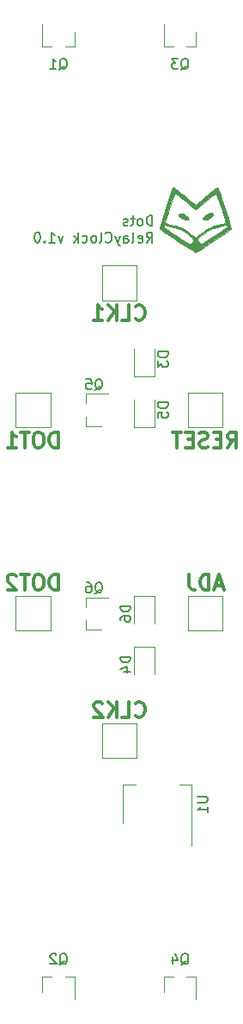
<source format=gbo>
G04 #@! TF.FileFunction,Legend,Bot*
%FSLAX46Y46*%
G04 Gerber Fmt 4.6, Leading zero omitted, Abs format (unit mm)*
G04 Created by KiCad (PCBNEW 4.0.4+e1-6308~48~ubuntu16.04.1-stable) date Sun Jan 28 16:20:55 2018*
%MOMM*%
%LPD*%
G01*
G04 APERTURE LIST*
%ADD10C,0.100000*%
%ADD11C,0.150000*%
%ADD12C,0.300000*%
%ADD13C,0.120000*%
%ADD14C,0.010000*%
G04 APERTURE END LIST*
D10*
D11*
X115761905Y-71877381D02*
X115761905Y-70877381D01*
X115523810Y-70877381D01*
X115380952Y-70925000D01*
X115285714Y-71020238D01*
X115238095Y-71115476D01*
X115190476Y-71305952D01*
X115190476Y-71448810D01*
X115238095Y-71639286D01*
X115285714Y-71734524D01*
X115380952Y-71829762D01*
X115523810Y-71877381D01*
X115761905Y-71877381D01*
X114619048Y-71877381D02*
X114714286Y-71829762D01*
X114761905Y-71782143D01*
X114809524Y-71686905D01*
X114809524Y-71401190D01*
X114761905Y-71305952D01*
X114714286Y-71258333D01*
X114619048Y-71210714D01*
X114476190Y-71210714D01*
X114380952Y-71258333D01*
X114333333Y-71305952D01*
X114285714Y-71401190D01*
X114285714Y-71686905D01*
X114333333Y-71782143D01*
X114380952Y-71829762D01*
X114476190Y-71877381D01*
X114619048Y-71877381D01*
X114000000Y-71210714D02*
X113619048Y-71210714D01*
X113857143Y-70877381D02*
X113857143Y-71734524D01*
X113809524Y-71829762D01*
X113714286Y-71877381D01*
X113619048Y-71877381D01*
X113333333Y-71829762D02*
X113238095Y-71877381D01*
X113047619Y-71877381D01*
X112952380Y-71829762D01*
X112904761Y-71734524D01*
X112904761Y-71686905D01*
X112952380Y-71591667D01*
X113047619Y-71544048D01*
X113190476Y-71544048D01*
X113285714Y-71496429D01*
X113333333Y-71401190D01*
X113333333Y-71353571D01*
X113285714Y-71258333D01*
X113190476Y-71210714D01*
X113047619Y-71210714D01*
X112952380Y-71258333D01*
X115190476Y-73527381D02*
X115523810Y-73051190D01*
X115761905Y-73527381D02*
X115761905Y-72527381D01*
X115380952Y-72527381D01*
X115285714Y-72575000D01*
X115238095Y-72622619D01*
X115190476Y-72717857D01*
X115190476Y-72860714D01*
X115238095Y-72955952D01*
X115285714Y-73003571D01*
X115380952Y-73051190D01*
X115761905Y-73051190D01*
X114380952Y-73479762D02*
X114476190Y-73527381D01*
X114666667Y-73527381D01*
X114761905Y-73479762D01*
X114809524Y-73384524D01*
X114809524Y-73003571D01*
X114761905Y-72908333D01*
X114666667Y-72860714D01*
X114476190Y-72860714D01*
X114380952Y-72908333D01*
X114333333Y-73003571D01*
X114333333Y-73098810D01*
X114809524Y-73194048D01*
X113761905Y-73527381D02*
X113857143Y-73479762D01*
X113904762Y-73384524D01*
X113904762Y-72527381D01*
X112952380Y-73527381D02*
X112952380Y-73003571D01*
X112999999Y-72908333D01*
X113095237Y-72860714D01*
X113285714Y-72860714D01*
X113380952Y-72908333D01*
X112952380Y-73479762D02*
X113047618Y-73527381D01*
X113285714Y-73527381D01*
X113380952Y-73479762D01*
X113428571Y-73384524D01*
X113428571Y-73289286D01*
X113380952Y-73194048D01*
X113285714Y-73146429D01*
X113047618Y-73146429D01*
X112952380Y-73098810D01*
X112571428Y-72860714D02*
X112333333Y-73527381D01*
X112095237Y-72860714D02*
X112333333Y-73527381D01*
X112428571Y-73765476D01*
X112476190Y-73813095D01*
X112571428Y-73860714D01*
X111142856Y-73432143D02*
X111190475Y-73479762D01*
X111333332Y-73527381D01*
X111428570Y-73527381D01*
X111571428Y-73479762D01*
X111666666Y-73384524D01*
X111714285Y-73289286D01*
X111761904Y-73098810D01*
X111761904Y-72955952D01*
X111714285Y-72765476D01*
X111666666Y-72670238D01*
X111571428Y-72575000D01*
X111428570Y-72527381D01*
X111333332Y-72527381D01*
X111190475Y-72575000D01*
X111142856Y-72622619D01*
X110571428Y-73527381D02*
X110666666Y-73479762D01*
X110714285Y-73384524D01*
X110714285Y-72527381D01*
X110047618Y-73527381D02*
X110142856Y-73479762D01*
X110190475Y-73432143D01*
X110238094Y-73336905D01*
X110238094Y-73051190D01*
X110190475Y-72955952D01*
X110142856Y-72908333D01*
X110047618Y-72860714D01*
X109904760Y-72860714D01*
X109809522Y-72908333D01*
X109761903Y-72955952D01*
X109714284Y-73051190D01*
X109714284Y-73336905D01*
X109761903Y-73432143D01*
X109809522Y-73479762D01*
X109904760Y-73527381D01*
X110047618Y-73527381D01*
X108857141Y-73479762D02*
X108952379Y-73527381D01*
X109142856Y-73527381D01*
X109238094Y-73479762D01*
X109285713Y-73432143D01*
X109333332Y-73336905D01*
X109333332Y-73051190D01*
X109285713Y-72955952D01*
X109238094Y-72908333D01*
X109142856Y-72860714D01*
X108952379Y-72860714D01*
X108857141Y-72908333D01*
X108428570Y-73527381D02*
X108428570Y-72527381D01*
X108333332Y-73146429D02*
X108047617Y-73527381D01*
X108047617Y-72860714D02*
X108428570Y-73241667D01*
X106952379Y-72860714D02*
X106714284Y-73527381D01*
X106476188Y-72860714D01*
X105571426Y-73527381D02*
X106142855Y-73527381D01*
X105857141Y-73527381D02*
X105857141Y-72527381D01*
X105952379Y-72670238D01*
X106047617Y-72765476D01*
X106142855Y-72813095D01*
X105142855Y-73432143D02*
X105095236Y-73479762D01*
X105142855Y-73527381D01*
X105190474Y-73479762D01*
X105142855Y-73432143D01*
X105142855Y-73527381D01*
X104476189Y-72527381D02*
X104380950Y-72527381D01*
X104285712Y-72575000D01*
X104238093Y-72622619D01*
X104190474Y-72717857D01*
X104142855Y-72908333D01*
X104142855Y-73146429D01*
X104190474Y-73336905D01*
X104238093Y-73432143D01*
X104285712Y-73479762D01*
X104380950Y-73527381D01*
X104476189Y-73527381D01*
X104571427Y-73479762D01*
X104619046Y-73432143D01*
X104666665Y-73336905D01*
X104714284Y-73146429D01*
X104714284Y-72908333D01*
X104666665Y-72717857D01*
X104619046Y-72622619D01*
X104571427Y-72575000D01*
X104476189Y-72527381D01*
D12*
X123178571Y-93678571D02*
X123678571Y-92964286D01*
X124035714Y-93678571D02*
X124035714Y-92178571D01*
X123464286Y-92178571D01*
X123321428Y-92250000D01*
X123250000Y-92321429D01*
X123178571Y-92464286D01*
X123178571Y-92678571D01*
X123250000Y-92821429D01*
X123321428Y-92892857D01*
X123464286Y-92964286D01*
X124035714Y-92964286D01*
X122535714Y-92892857D02*
X122035714Y-92892857D01*
X121821428Y-93678571D02*
X122535714Y-93678571D01*
X122535714Y-92178571D01*
X121821428Y-92178571D01*
X121250000Y-93607143D02*
X121035714Y-93678571D01*
X120678571Y-93678571D01*
X120535714Y-93607143D01*
X120464285Y-93535714D01*
X120392857Y-93392857D01*
X120392857Y-93250000D01*
X120464285Y-93107143D01*
X120535714Y-93035714D01*
X120678571Y-92964286D01*
X120964285Y-92892857D01*
X121107143Y-92821429D01*
X121178571Y-92750000D01*
X121250000Y-92607143D01*
X121250000Y-92464286D01*
X121178571Y-92321429D01*
X121107143Y-92250000D01*
X120964285Y-92178571D01*
X120607143Y-92178571D01*
X120392857Y-92250000D01*
X119750000Y-92892857D02*
X119250000Y-92892857D01*
X119035714Y-93678571D02*
X119750000Y-93678571D01*
X119750000Y-92178571D01*
X119035714Y-92178571D01*
X118607143Y-92178571D02*
X117750000Y-92178571D01*
X118178571Y-93678571D02*
X118178571Y-92178571D01*
X106464285Y-93678571D02*
X106464285Y-92178571D01*
X106107142Y-92178571D01*
X105892857Y-92250000D01*
X105749999Y-92392857D01*
X105678571Y-92535714D01*
X105607142Y-92821429D01*
X105607142Y-93035714D01*
X105678571Y-93321429D01*
X105749999Y-93464286D01*
X105892857Y-93607143D01*
X106107142Y-93678571D01*
X106464285Y-93678571D01*
X104678571Y-92178571D02*
X104392857Y-92178571D01*
X104249999Y-92250000D01*
X104107142Y-92392857D01*
X104035714Y-92678571D01*
X104035714Y-93178571D01*
X104107142Y-93464286D01*
X104249999Y-93607143D01*
X104392857Y-93678571D01*
X104678571Y-93678571D01*
X104821428Y-93607143D01*
X104964285Y-93464286D01*
X105035714Y-93178571D01*
X105035714Y-92678571D01*
X104964285Y-92392857D01*
X104821428Y-92250000D01*
X104678571Y-92178571D01*
X103607142Y-92178571D02*
X102749999Y-92178571D01*
X103178570Y-93678571D02*
X103178570Y-92178571D01*
X101464285Y-93678571D02*
X102321428Y-93678571D01*
X101892856Y-93678571D02*
X101892856Y-92178571D01*
X102035713Y-92392857D01*
X102178571Y-92535714D01*
X102321428Y-92607143D01*
X122678571Y-107250000D02*
X121964285Y-107250000D01*
X122821428Y-107678571D02*
X122321428Y-106178571D01*
X121821428Y-107678571D01*
X121321428Y-107678571D02*
X121321428Y-106178571D01*
X120964285Y-106178571D01*
X120750000Y-106250000D01*
X120607142Y-106392857D01*
X120535714Y-106535714D01*
X120464285Y-106821429D01*
X120464285Y-107035714D01*
X120535714Y-107321429D01*
X120607142Y-107464286D01*
X120750000Y-107607143D01*
X120964285Y-107678571D01*
X121321428Y-107678571D01*
X119392857Y-106178571D02*
X119392857Y-107250000D01*
X119464285Y-107464286D01*
X119607142Y-107607143D01*
X119821428Y-107678571D01*
X119964285Y-107678571D01*
X106464285Y-107678571D02*
X106464285Y-106178571D01*
X106107142Y-106178571D01*
X105892857Y-106250000D01*
X105749999Y-106392857D01*
X105678571Y-106535714D01*
X105607142Y-106821429D01*
X105607142Y-107035714D01*
X105678571Y-107321429D01*
X105749999Y-107464286D01*
X105892857Y-107607143D01*
X106107142Y-107678571D01*
X106464285Y-107678571D01*
X104678571Y-106178571D02*
X104392857Y-106178571D01*
X104249999Y-106250000D01*
X104107142Y-106392857D01*
X104035714Y-106678571D01*
X104035714Y-107178571D01*
X104107142Y-107464286D01*
X104249999Y-107607143D01*
X104392857Y-107678571D01*
X104678571Y-107678571D01*
X104821428Y-107607143D01*
X104964285Y-107464286D01*
X105035714Y-107178571D01*
X105035714Y-106678571D01*
X104964285Y-106392857D01*
X104821428Y-106250000D01*
X104678571Y-106178571D01*
X103607142Y-106178571D02*
X102749999Y-106178571D01*
X103178570Y-107678571D02*
X103178570Y-106178571D01*
X102321428Y-106321429D02*
X102249999Y-106250000D01*
X102107142Y-106178571D01*
X101749999Y-106178571D01*
X101607142Y-106250000D01*
X101535713Y-106321429D01*
X101464285Y-106464286D01*
X101464285Y-106607143D01*
X101535713Y-106821429D01*
X102392856Y-107678571D01*
X101464285Y-107678571D01*
X114107142Y-120035714D02*
X114178571Y-120107143D01*
X114392857Y-120178571D01*
X114535714Y-120178571D01*
X114749999Y-120107143D01*
X114892857Y-119964286D01*
X114964285Y-119821429D01*
X115035714Y-119535714D01*
X115035714Y-119321429D01*
X114964285Y-119035714D01*
X114892857Y-118892857D01*
X114749999Y-118750000D01*
X114535714Y-118678571D01*
X114392857Y-118678571D01*
X114178571Y-118750000D01*
X114107142Y-118821429D01*
X112749999Y-120178571D02*
X113464285Y-120178571D01*
X113464285Y-118678571D01*
X112249999Y-120178571D02*
X112249999Y-118678571D01*
X111392856Y-120178571D02*
X112035713Y-119321429D01*
X111392856Y-118678571D02*
X112249999Y-119535714D01*
X110821428Y-118821429D02*
X110749999Y-118750000D01*
X110607142Y-118678571D01*
X110249999Y-118678571D01*
X110107142Y-118750000D01*
X110035713Y-118821429D01*
X109964285Y-118964286D01*
X109964285Y-119107143D01*
X110035713Y-119321429D01*
X110892856Y-120178571D01*
X109964285Y-120178571D01*
X114107142Y-81035714D02*
X114178571Y-81107143D01*
X114392857Y-81178571D01*
X114535714Y-81178571D01*
X114749999Y-81107143D01*
X114892857Y-80964286D01*
X114964285Y-80821429D01*
X115035714Y-80535714D01*
X115035714Y-80321429D01*
X114964285Y-80035714D01*
X114892857Y-79892857D01*
X114749999Y-79750000D01*
X114535714Y-79678571D01*
X114392857Y-79678571D01*
X114178571Y-79750000D01*
X114107142Y-79821429D01*
X112749999Y-81178571D02*
X113464285Y-81178571D01*
X113464285Y-79678571D01*
X112249999Y-81178571D02*
X112249999Y-79678571D01*
X111392856Y-81178571D02*
X112035713Y-80321429D01*
X111392856Y-79678571D02*
X112249999Y-80535714D01*
X109964285Y-81178571D02*
X110821428Y-81178571D01*
X110392856Y-81178571D02*
X110392856Y-79678571D01*
X110535713Y-79892857D01*
X110678571Y-80035714D01*
X110821428Y-80107143D01*
D13*
X116010000Y-84000000D02*
X116010000Y-86700000D01*
X116010000Y-86700000D02*
X113990000Y-86700000D01*
X113990000Y-86700000D02*
X113990000Y-84000000D01*
X113990000Y-116000000D02*
X113990000Y-113300000D01*
X113990000Y-113300000D02*
X116010000Y-113300000D01*
X116010000Y-113300000D02*
X116010000Y-116000000D01*
X116010000Y-89000000D02*
X116010000Y-91700000D01*
X116010000Y-91700000D02*
X113990000Y-91700000D01*
X113990000Y-91700000D02*
X113990000Y-89000000D01*
X113990000Y-111000000D02*
X113990000Y-108300000D01*
X113990000Y-108300000D02*
X116010000Y-108300000D01*
X116010000Y-108300000D02*
X116010000Y-111000000D01*
X108080000Y-54260000D02*
X107150000Y-54260000D01*
X104920000Y-54260000D02*
X105850000Y-54260000D01*
X104920000Y-54260000D02*
X104920000Y-52100000D01*
X108080000Y-54260000D02*
X108080000Y-52800000D01*
X104920000Y-145740000D02*
X105850000Y-145740000D01*
X108080000Y-145740000D02*
X107150000Y-145740000D01*
X108080000Y-145740000D02*
X108080000Y-147900000D01*
X104920000Y-145740000D02*
X104920000Y-147200000D01*
X120080000Y-54260000D02*
X119150000Y-54260000D01*
X116920000Y-54260000D02*
X117850000Y-54260000D01*
X116920000Y-54260000D02*
X116920000Y-52100000D01*
X120080000Y-54260000D02*
X120080000Y-52800000D01*
X116920000Y-145740000D02*
X117850000Y-145740000D01*
X120080000Y-145740000D02*
X119150000Y-145740000D01*
X120080000Y-145740000D02*
X120080000Y-147900000D01*
X116920000Y-145740000D02*
X116920000Y-147200000D01*
X109240000Y-91580000D02*
X109240000Y-90650000D01*
X109240000Y-88420000D02*
X109240000Y-89350000D01*
X109240000Y-88420000D02*
X111400000Y-88420000D01*
X109240000Y-91580000D02*
X110700000Y-91580000D01*
X109240000Y-111580000D02*
X109240000Y-110650000D01*
X109240000Y-108420000D02*
X109240000Y-109350000D01*
X109240000Y-108420000D02*
X111400000Y-108420000D01*
X109240000Y-111580000D02*
X110700000Y-111580000D01*
X102300000Y-91700000D02*
X105700000Y-91700000D01*
X105700000Y-91700000D02*
X105700000Y-88300000D01*
X105700000Y-88300000D02*
X102300000Y-88300000D01*
X102300000Y-88300000D02*
X102300000Y-91700000D01*
X102300000Y-111700000D02*
X105700000Y-111700000D01*
X105700000Y-111700000D02*
X105700000Y-108300000D01*
X105700000Y-108300000D02*
X102300000Y-108300000D01*
X102300000Y-108300000D02*
X102300000Y-111700000D01*
X110800000Y-79200000D02*
X114200000Y-79200000D01*
X114200000Y-79200000D02*
X114200000Y-75800000D01*
X114200000Y-75800000D02*
X110800000Y-75800000D01*
X110800000Y-75800000D02*
X110800000Y-79200000D01*
X110800000Y-124200000D02*
X114200000Y-124200000D01*
X114200000Y-124200000D02*
X114200000Y-120800000D01*
X114200000Y-120800000D02*
X110800000Y-120800000D01*
X110800000Y-120800000D02*
X110800000Y-124200000D01*
X119300000Y-91700000D02*
X122700000Y-91700000D01*
X122700000Y-91700000D02*
X122700000Y-88300000D01*
X122700000Y-88300000D02*
X119300000Y-88300000D01*
X119300000Y-88300000D02*
X119300000Y-91700000D01*
X119300000Y-111700000D02*
X122700000Y-111700000D01*
X122700000Y-111700000D02*
X122700000Y-108300000D01*
X122700000Y-108300000D02*
X119300000Y-108300000D01*
X119300000Y-108300000D02*
X119300000Y-111700000D01*
X112840000Y-126840000D02*
X114100000Y-126840000D01*
X119660000Y-126840000D02*
X118400000Y-126840000D01*
X112840000Y-130600000D02*
X112840000Y-126840000D01*
X119660000Y-132850000D02*
X119660000Y-126840000D01*
D14*
G36*
X117781767Y-68135991D02*
X117699826Y-68353239D01*
X117581280Y-68688838D01*
X117433592Y-69121315D01*
X117264226Y-69629194D01*
X117109479Y-70102025D01*
X116901952Y-70746907D01*
X116745004Y-71249441D01*
X116634083Y-71627385D01*
X116564633Y-71898497D01*
X116532101Y-72080537D01*
X116531932Y-72191261D01*
X116559146Y-72248038D01*
X116654713Y-72317408D01*
X116864871Y-72459307D01*
X117165809Y-72658369D01*
X117533719Y-72899226D01*
X117944792Y-73166511D01*
X118375216Y-73444858D01*
X118801184Y-73718899D01*
X119198886Y-73973268D01*
X119544511Y-74192596D01*
X119814251Y-74361518D01*
X119984297Y-74464667D01*
X120032215Y-74489614D01*
X120107439Y-74444795D01*
X120304642Y-74320224D01*
X120603966Y-74128646D01*
X120985550Y-73882803D01*
X121429536Y-73595439D01*
X121747260Y-73389121D01*
X122225761Y-73076910D01*
X122658180Y-72792675D01*
X123023777Y-72550218D01*
X123301809Y-72363345D01*
X123471535Y-72245859D01*
X123513608Y-72213592D01*
X123505828Y-72119750D01*
X123460984Y-71930833D01*
X123147682Y-71930833D01*
X123072901Y-72040514D01*
X122850806Y-72228605D01*
X122483377Y-72493608D01*
X121972592Y-72834024D01*
X121856515Y-72909025D01*
X120566333Y-73739050D01*
X120375833Y-73518137D01*
X120246896Y-73349441D01*
X120192969Y-73245438D01*
X119846667Y-73245438D01*
X119793278Y-73367825D01*
X119665741Y-73530673D01*
X119599213Y-73603416D01*
X119540039Y-73651717D01*
X119467803Y-73666609D01*
X119362087Y-73639125D01*
X119202473Y-73560298D01*
X118968545Y-73421161D01*
X118639884Y-73212747D01*
X118196073Y-72926088D01*
X117999006Y-72798667D01*
X117511687Y-72473992D01*
X117160411Y-72217986D01*
X116949805Y-72034253D01*
X116884237Y-71930833D01*
X116906866Y-71805000D01*
X116932727Y-71782667D01*
X117055565Y-71803770D01*
X117294088Y-71858873D01*
X117601102Y-71935666D01*
X117929414Y-72021840D01*
X118231830Y-72105086D01*
X118461157Y-72173093D01*
X118554329Y-72205631D01*
X118726137Y-72302635D01*
X118961948Y-72465834D01*
X119225610Y-72666142D01*
X119480973Y-72874471D01*
X119691886Y-73061735D01*
X119822199Y-73198847D01*
X119846667Y-73245438D01*
X120192969Y-73245438D01*
X120186047Y-73232089D01*
X120185333Y-73225007D01*
X120246835Y-73148403D01*
X120407214Y-72999643D01*
X120630288Y-72808706D01*
X120879871Y-72605571D01*
X121119778Y-72420218D01*
X121313824Y-72282625D01*
X121351434Y-72258896D01*
X121481611Y-72206810D01*
X121728577Y-72127223D01*
X122044789Y-72033490D01*
X122382707Y-71938968D01*
X122694787Y-71857013D01*
X122933488Y-71800983D01*
X123042833Y-71783718D01*
X123131920Y-71852270D01*
X123147682Y-71930833D01*
X123460984Y-71930833D01*
X123451818Y-71892220D01*
X123372050Y-71601575D01*
X123047167Y-71601575D01*
X122230084Y-71797922D01*
X121830603Y-71900735D01*
X121532307Y-72002779D01*
X121273746Y-72133683D01*
X120993471Y-72323079D01*
X120735667Y-72518537D01*
X120449371Y-72738575D01*
X120217072Y-72914173D01*
X120068414Y-73023094D01*
X120030185Y-73047735D01*
X119955657Y-73001549D01*
X119778024Y-72873292D01*
X119527592Y-72685179D01*
X119352852Y-72551167D01*
X119023234Y-72306244D01*
X118750870Y-72137101D01*
X118473347Y-72013728D01*
X118128255Y-71906114D01*
X117871344Y-71838789D01*
X117520974Y-71747905D01*
X117238789Y-71670710D01*
X117060598Y-71617234D01*
X117017032Y-71599455D01*
X117030844Y-71509217D01*
X117090278Y-71291235D01*
X117185118Y-70976440D01*
X117305142Y-70595761D01*
X117440134Y-70180130D01*
X117579873Y-69760476D01*
X117714141Y-69367732D01*
X117832720Y-69032827D01*
X117925389Y-68786692D01*
X117981930Y-68660257D01*
X117991478Y-68650000D01*
X118074676Y-68702063D01*
X118261762Y-68845309D01*
X118528397Y-69060329D01*
X118850240Y-69327709D01*
X119000000Y-69454333D01*
X119338112Y-69738298D01*
X119631477Y-69978277D01*
X119855764Y-70154860D01*
X119986644Y-70248636D01*
X120008178Y-70258667D01*
X120091348Y-70206811D01*
X120278895Y-70064063D01*
X120546560Y-69849655D01*
X120870084Y-69582815D01*
X121028831Y-69449573D01*
X121368421Y-69170675D01*
X121663604Y-68942670D01*
X121890412Y-68782957D01*
X122024874Y-68708937D01*
X122049393Y-68708740D01*
X122094978Y-68807957D01*
X122183117Y-69040783D01*
X122303996Y-69379797D01*
X122447804Y-69797573D01*
X122579136Y-70189287D01*
X123047167Y-71601575D01*
X123372050Y-71601575D01*
X123359978Y-71557591D01*
X123238705Y-71142454D01*
X123096398Y-70673401D01*
X122941456Y-70177021D01*
X122782276Y-69679907D01*
X122627257Y-69208647D01*
X122484797Y-68789834D01*
X122363294Y-68450057D01*
X122271147Y-68215908D01*
X122219717Y-68116858D01*
X122138253Y-68146050D01*
X121952030Y-68269927D01*
X121683721Y-68471663D01*
X121356001Y-68734435D01*
X121108458Y-68941376D01*
X120753364Y-69240902D01*
X120444324Y-69497609D01*
X120203791Y-69693162D01*
X120054220Y-69809227D01*
X120016000Y-69833393D01*
X119940322Y-69781585D01*
X119758187Y-69638313D01*
X119492118Y-69421832D01*
X119164638Y-69150394D01*
X118920306Y-68945375D01*
X118563741Y-68647171D01*
X118252905Y-68391756D01*
X118010439Y-68197372D01*
X117858985Y-68082261D01*
X117819640Y-68058570D01*
X117781767Y-68135991D01*
X117781767Y-68135991D01*
G37*
X117781767Y-68135991D02*
X117699826Y-68353239D01*
X117581280Y-68688838D01*
X117433592Y-69121315D01*
X117264226Y-69629194D01*
X117109479Y-70102025D01*
X116901952Y-70746907D01*
X116745004Y-71249441D01*
X116634083Y-71627385D01*
X116564633Y-71898497D01*
X116532101Y-72080537D01*
X116531932Y-72191261D01*
X116559146Y-72248038D01*
X116654713Y-72317408D01*
X116864871Y-72459307D01*
X117165809Y-72658369D01*
X117533719Y-72899226D01*
X117944792Y-73166511D01*
X118375216Y-73444858D01*
X118801184Y-73718899D01*
X119198886Y-73973268D01*
X119544511Y-74192596D01*
X119814251Y-74361518D01*
X119984297Y-74464667D01*
X120032215Y-74489614D01*
X120107439Y-74444795D01*
X120304642Y-74320224D01*
X120603966Y-74128646D01*
X120985550Y-73882803D01*
X121429536Y-73595439D01*
X121747260Y-73389121D01*
X122225761Y-73076910D01*
X122658180Y-72792675D01*
X123023777Y-72550218D01*
X123301809Y-72363345D01*
X123471535Y-72245859D01*
X123513608Y-72213592D01*
X123505828Y-72119750D01*
X123460984Y-71930833D01*
X123147682Y-71930833D01*
X123072901Y-72040514D01*
X122850806Y-72228605D01*
X122483377Y-72493608D01*
X121972592Y-72834024D01*
X121856515Y-72909025D01*
X120566333Y-73739050D01*
X120375833Y-73518137D01*
X120246896Y-73349441D01*
X120192969Y-73245438D01*
X119846667Y-73245438D01*
X119793278Y-73367825D01*
X119665741Y-73530673D01*
X119599213Y-73603416D01*
X119540039Y-73651717D01*
X119467803Y-73666609D01*
X119362087Y-73639125D01*
X119202473Y-73560298D01*
X118968545Y-73421161D01*
X118639884Y-73212747D01*
X118196073Y-72926088D01*
X117999006Y-72798667D01*
X117511687Y-72473992D01*
X117160411Y-72217986D01*
X116949805Y-72034253D01*
X116884237Y-71930833D01*
X116906866Y-71805000D01*
X116932727Y-71782667D01*
X117055565Y-71803770D01*
X117294088Y-71858873D01*
X117601102Y-71935666D01*
X117929414Y-72021840D01*
X118231830Y-72105086D01*
X118461157Y-72173093D01*
X118554329Y-72205631D01*
X118726137Y-72302635D01*
X118961948Y-72465834D01*
X119225610Y-72666142D01*
X119480973Y-72874471D01*
X119691886Y-73061735D01*
X119822199Y-73198847D01*
X119846667Y-73245438D01*
X120192969Y-73245438D01*
X120186047Y-73232089D01*
X120185333Y-73225007D01*
X120246835Y-73148403D01*
X120407214Y-72999643D01*
X120630288Y-72808706D01*
X120879871Y-72605571D01*
X121119778Y-72420218D01*
X121313824Y-72282625D01*
X121351434Y-72258896D01*
X121481611Y-72206810D01*
X121728577Y-72127223D01*
X122044789Y-72033490D01*
X122382707Y-71938968D01*
X122694787Y-71857013D01*
X122933488Y-71800983D01*
X123042833Y-71783718D01*
X123131920Y-71852270D01*
X123147682Y-71930833D01*
X123460984Y-71930833D01*
X123451818Y-71892220D01*
X123372050Y-71601575D01*
X123047167Y-71601575D01*
X122230084Y-71797922D01*
X121830603Y-71900735D01*
X121532307Y-72002779D01*
X121273746Y-72133683D01*
X120993471Y-72323079D01*
X120735667Y-72518537D01*
X120449371Y-72738575D01*
X120217072Y-72914173D01*
X120068414Y-73023094D01*
X120030185Y-73047735D01*
X119955657Y-73001549D01*
X119778024Y-72873292D01*
X119527592Y-72685179D01*
X119352852Y-72551167D01*
X119023234Y-72306244D01*
X118750870Y-72137101D01*
X118473347Y-72013728D01*
X118128255Y-71906114D01*
X117871344Y-71838789D01*
X117520974Y-71747905D01*
X117238789Y-71670710D01*
X117060598Y-71617234D01*
X117017032Y-71599455D01*
X117030844Y-71509217D01*
X117090278Y-71291235D01*
X117185118Y-70976440D01*
X117305142Y-70595761D01*
X117440134Y-70180130D01*
X117579873Y-69760476D01*
X117714141Y-69367732D01*
X117832720Y-69032827D01*
X117925389Y-68786692D01*
X117981930Y-68660257D01*
X117991478Y-68650000D01*
X118074676Y-68702063D01*
X118261762Y-68845309D01*
X118528397Y-69060329D01*
X118850240Y-69327709D01*
X119000000Y-69454333D01*
X119338112Y-69738298D01*
X119631477Y-69978277D01*
X119855764Y-70154860D01*
X119986644Y-70248636D01*
X120008178Y-70258667D01*
X120091348Y-70206811D01*
X120278895Y-70064063D01*
X120546560Y-69849655D01*
X120870084Y-69582815D01*
X121028831Y-69449573D01*
X121368421Y-69170675D01*
X121663604Y-68942670D01*
X121890412Y-68782957D01*
X122024874Y-68708937D01*
X122049393Y-68708740D01*
X122094978Y-68807957D01*
X122183117Y-69040783D01*
X122303996Y-69379797D01*
X122447804Y-69797573D01*
X122579136Y-70189287D01*
X123047167Y-71601575D01*
X123372050Y-71601575D01*
X123359978Y-71557591D01*
X123238705Y-71142454D01*
X123096398Y-70673401D01*
X122941456Y-70177021D01*
X122782276Y-69679907D01*
X122627257Y-69208647D01*
X122484797Y-68789834D01*
X122363294Y-68450057D01*
X122271147Y-68215908D01*
X122219717Y-68116858D01*
X122138253Y-68146050D01*
X121952030Y-68269927D01*
X121683721Y-68471663D01*
X121356001Y-68734435D01*
X121108458Y-68941376D01*
X120753364Y-69240902D01*
X120444324Y-69497609D01*
X120203791Y-69693162D01*
X120054220Y-69809227D01*
X120016000Y-69833393D01*
X119940322Y-69781585D01*
X119758187Y-69638313D01*
X119492118Y-69421832D01*
X119164638Y-69150394D01*
X118920306Y-68945375D01*
X118563741Y-68647171D01*
X118252905Y-68391756D01*
X118010439Y-68197372D01*
X117858985Y-68082261D01*
X117819640Y-68058570D01*
X117781767Y-68135991D01*
G36*
X121303466Y-70648978D02*
X121104408Y-70776583D01*
X120902170Y-70939156D01*
X120748181Y-71095707D01*
X120693333Y-71198771D01*
X120765708Y-71248881D01*
X120939325Y-71266382D01*
X121148925Y-71249501D01*
X121286000Y-71214873D01*
X121439572Y-71125737D01*
X121602443Y-70996125D01*
X121726356Y-70848915D01*
X121715385Y-70734179D01*
X121697909Y-70710568D01*
X121536901Y-70612079D01*
X121447913Y-70597333D01*
X121303466Y-70648978D01*
X121303466Y-70648978D01*
G37*
X121303466Y-70648978D02*
X121104408Y-70776583D01*
X120902170Y-70939156D01*
X120748181Y-71095707D01*
X120693333Y-71198771D01*
X120765708Y-71248881D01*
X120939325Y-71266382D01*
X121148925Y-71249501D01*
X121286000Y-71214873D01*
X121439572Y-71125737D01*
X121602443Y-70996125D01*
X121726356Y-70848915D01*
X121715385Y-70734179D01*
X121697909Y-70710568D01*
X121536901Y-70612079D01*
X121447913Y-70597333D01*
X121303466Y-70648978D01*
G36*
X118423850Y-70683660D02*
X118333899Y-70786103D01*
X118389162Y-70934739D01*
X118592062Y-71102751D01*
X118807203Y-71202029D01*
X119036489Y-71262181D01*
X119228092Y-71275649D01*
X119330185Y-71234878D01*
X119335622Y-71211167D01*
X119284594Y-71109398D01*
X119162936Y-70940868D01*
X119136069Y-70907468D01*
X118893970Y-70708668D01*
X118655347Y-70653468D01*
X118423850Y-70683660D01*
X118423850Y-70683660D01*
G37*
X118423850Y-70683660D02*
X118333899Y-70786103D01*
X118389162Y-70934739D01*
X118592062Y-71102751D01*
X118807203Y-71202029D01*
X119036489Y-71262181D01*
X119228092Y-71275649D01*
X119330185Y-71234878D01*
X119335622Y-71211167D01*
X119284594Y-71109398D01*
X119162936Y-70940868D01*
X119136069Y-70907468D01*
X118893970Y-70708668D01*
X118655347Y-70653468D01*
X118423850Y-70683660D01*
D11*
X117302381Y-84261905D02*
X116302381Y-84261905D01*
X116302381Y-84500000D01*
X116350000Y-84642858D01*
X116445238Y-84738096D01*
X116540476Y-84785715D01*
X116730952Y-84833334D01*
X116873810Y-84833334D01*
X117064286Y-84785715D01*
X117159524Y-84738096D01*
X117254762Y-84642858D01*
X117302381Y-84500000D01*
X117302381Y-84261905D01*
X116302381Y-85166667D02*
X116302381Y-85785715D01*
X116683333Y-85452381D01*
X116683333Y-85595239D01*
X116730952Y-85690477D01*
X116778571Y-85738096D01*
X116873810Y-85785715D01*
X117111905Y-85785715D01*
X117207143Y-85738096D01*
X117254762Y-85690477D01*
X117302381Y-85595239D01*
X117302381Y-85309524D01*
X117254762Y-85214286D01*
X117207143Y-85166667D01*
X113602381Y-114261905D02*
X112602381Y-114261905D01*
X112602381Y-114500000D01*
X112650000Y-114642858D01*
X112745238Y-114738096D01*
X112840476Y-114785715D01*
X113030952Y-114833334D01*
X113173810Y-114833334D01*
X113364286Y-114785715D01*
X113459524Y-114738096D01*
X113554762Y-114642858D01*
X113602381Y-114500000D01*
X113602381Y-114261905D01*
X112935714Y-115690477D02*
X113602381Y-115690477D01*
X112554762Y-115452381D02*
X113269048Y-115214286D01*
X113269048Y-115833334D01*
X117302381Y-89261905D02*
X116302381Y-89261905D01*
X116302381Y-89500000D01*
X116350000Y-89642858D01*
X116445238Y-89738096D01*
X116540476Y-89785715D01*
X116730952Y-89833334D01*
X116873810Y-89833334D01*
X117064286Y-89785715D01*
X117159524Y-89738096D01*
X117254762Y-89642858D01*
X117302381Y-89500000D01*
X117302381Y-89261905D01*
X116302381Y-90738096D02*
X116302381Y-90261905D01*
X116778571Y-90214286D01*
X116730952Y-90261905D01*
X116683333Y-90357143D01*
X116683333Y-90595239D01*
X116730952Y-90690477D01*
X116778571Y-90738096D01*
X116873810Y-90785715D01*
X117111905Y-90785715D01*
X117207143Y-90738096D01*
X117254762Y-90690477D01*
X117302381Y-90595239D01*
X117302381Y-90357143D01*
X117254762Y-90261905D01*
X117207143Y-90214286D01*
X113602381Y-109261905D02*
X112602381Y-109261905D01*
X112602381Y-109500000D01*
X112650000Y-109642858D01*
X112745238Y-109738096D01*
X112840476Y-109785715D01*
X113030952Y-109833334D01*
X113173810Y-109833334D01*
X113364286Y-109785715D01*
X113459524Y-109738096D01*
X113554762Y-109642858D01*
X113602381Y-109500000D01*
X113602381Y-109261905D01*
X112602381Y-110690477D02*
X112602381Y-110500000D01*
X112650000Y-110404762D01*
X112697619Y-110357143D01*
X112840476Y-110261905D01*
X113030952Y-110214286D01*
X113411905Y-110214286D01*
X113507143Y-110261905D01*
X113554762Y-110309524D01*
X113602381Y-110404762D01*
X113602381Y-110595239D01*
X113554762Y-110690477D01*
X113507143Y-110738096D01*
X113411905Y-110785715D01*
X113173810Y-110785715D01*
X113078571Y-110738096D01*
X113030952Y-110690477D01*
X112983333Y-110595239D01*
X112983333Y-110404762D01*
X113030952Y-110309524D01*
X113078571Y-110261905D01*
X113173810Y-110214286D01*
X106595238Y-56547619D02*
X106690476Y-56500000D01*
X106785714Y-56404762D01*
X106928571Y-56261905D01*
X107023810Y-56214286D01*
X107119048Y-56214286D01*
X107071429Y-56452381D02*
X107166667Y-56404762D01*
X107261905Y-56309524D01*
X107309524Y-56119048D01*
X107309524Y-55785714D01*
X107261905Y-55595238D01*
X107166667Y-55500000D01*
X107071429Y-55452381D01*
X106880952Y-55452381D01*
X106785714Y-55500000D01*
X106690476Y-55595238D01*
X106642857Y-55785714D01*
X106642857Y-56119048D01*
X106690476Y-56309524D01*
X106785714Y-56404762D01*
X106880952Y-56452381D01*
X107071429Y-56452381D01*
X105690476Y-56452381D02*
X106261905Y-56452381D01*
X105976191Y-56452381D02*
X105976191Y-55452381D01*
X106071429Y-55595238D01*
X106166667Y-55690476D01*
X106261905Y-55738095D01*
X106595238Y-144547619D02*
X106690476Y-144500000D01*
X106785714Y-144404762D01*
X106928571Y-144261905D01*
X107023810Y-144214286D01*
X107119048Y-144214286D01*
X107071429Y-144452381D02*
X107166667Y-144404762D01*
X107261905Y-144309524D01*
X107309524Y-144119048D01*
X107309524Y-143785714D01*
X107261905Y-143595238D01*
X107166667Y-143500000D01*
X107071429Y-143452381D01*
X106880952Y-143452381D01*
X106785714Y-143500000D01*
X106690476Y-143595238D01*
X106642857Y-143785714D01*
X106642857Y-144119048D01*
X106690476Y-144309524D01*
X106785714Y-144404762D01*
X106880952Y-144452381D01*
X107071429Y-144452381D01*
X106261905Y-143547619D02*
X106214286Y-143500000D01*
X106119048Y-143452381D01*
X105880952Y-143452381D01*
X105785714Y-143500000D01*
X105738095Y-143547619D01*
X105690476Y-143642857D01*
X105690476Y-143738095D01*
X105738095Y-143880952D01*
X106309524Y-144452381D01*
X105690476Y-144452381D01*
X118595238Y-56547619D02*
X118690476Y-56500000D01*
X118785714Y-56404762D01*
X118928571Y-56261905D01*
X119023810Y-56214286D01*
X119119048Y-56214286D01*
X119071429Y-56452381D02*
X119166667Y-56404762D01*
X119261905Y-56309524D01*
X119309524Y-56119048D01*
X119309524Y-55785714D01*
X119261905Y-55595238D01*
X119166667Y-55500000D01*
X119071429Y-55452381D01*
X118880952Y-55452381D01*
X118785714Y-55500000D01*
X118690476Y-55595238D01*
X118642857Y-55785714D01*
X118642857Y-56119048D01*
X118690476Y-56309524D01*
X118785714Y-56404762D01*
X118880952Y-56452381D01*
X119071429Y-56452381D01*
X118309524Y-55452381D02*
X117690476Y-55452381D01*
X118023810Y-55833333D01*
X117880952Y-55833333D01*
X117785714Y-55880952D01*
X117738095Y-55928571D01*
X117690476Y-56023810D01*
X117690476Y-56261905D01*
X117738095Y-56357143D01*
X117785714Y-56404762D01*
X117880952Y-56452381D01*
X118166667Y-56452381D01*
X118261905Y-56404762D01*
X118309524Y-56357143D01*
X118595238Y-144547619D02*
X118690476Y-144500000D01*
X118785714Y-144404762D01*
X118928571Y-144261905D01*
X119023810Y-144214286D01*
X119119048Y-144214286D01*
X119071429Y-144452381D02*
X119166667Y-144404762D01*
X119261905Y-144309524D01*
X119309524Y-144119048D01*
X119309524Y-143785714D01*
X119261905Y-143595238D01*
X119166667Y-143500000D01*
X119071429Y-143452381D01*
X118880952Y-143452381D01*
X118785714Y-143500000D01*
X118690476Y-143595238D01*
X118642857Y-143785714D01*
X118642857Y-144119048D01*
X118690476Y-144309524D01*
X118785714Y-144404762D01*
X118880952Y-144452381D01*
X119071429Y-144452381D01*
X117785714Y-143785714D02*
X117785714Y-144452381D01*
X118023810Y-143404762D02*
X118261905Y-144119048D01*
X117642857Y-144119048D01*
X110095238Y-88047619D02*
X110190476Y-88000000D01*
X110285714Y-87904762D01*
X110428571Y-87761905D01*
X110523810Y-87714286D01*
X110619048Y-87714286D01*
X110571429Y-87952381D02*
X110666667Y-87904762D01*
X110761905Y-87809524D01*
X110809524Y-87619048D01*
X110809524Y-87285714D01*
X110761905Y-87095238D01*
X110666667Y-87000000D01*
X110571429Y-86952381D01*
X110380952Y-86952381D01*
X110285714Y-87000000D01*
X110190476Y-87095238D01*
X110142857Y-87285714D01*
X110142857Y-87619048D01*
X110190476Y-87809524D01*
X110285714Y-87904762D01*
X110380952Y-87952381D01*
X110571429Y-87952381D01*
X109238095Y-86952381D02*
X109714286Y-86952381D01*
X109761905Y-87428571D01*
X109714286Y-87380952D01*
X109619048Y-87333333D01*
X109380952Y-87333333D01*
X109285714Y-87380952D01*
X109238095Y-87428571D01*
X109190476Y-87523810D01*
X109190476Y-87761905D01*
X109238095Y-87857143D01*
X109285714Y-87904762D01*
X109380952Y-87952381D01*
X109619048Y-87952381D01*
X109714286Y-87904762D01*
X109761905Y-87857143D01*
X110095238Y-108047619D02*
X110190476Y-108000000D01*
X110285714Y-107904762D01*
X110428571Y-107761905D01*
X110523810Y-107714286D01*
X110619048Y-107714286D01*
X110571429Y-107952381D02*
X110666667Y-107904762D01*
X110761905Y-107809524D01*
X110809524Y-107619048D01*
X110809524Y-107285714D01*
X110761905Y-107095238D01*
X110666667Y-107000000D01*
X110571429Y-106952381D01*
X110380952Y-106952381D01*
X110285714Y-107000000D01*
X110190476Y-107095238D01*
X110142857Y-107285714D01*
X110142857Y-107619048D01*
X110190476Y-107809524D01*
X110285714Y-107904762D01*
X110380952Y-107952381D01*
X110571429Y-107952381D01*
X109285714Y-106952381D02*
X109476191Y-106952381D01*
X109571429Y-107000000D01*
X109619048Y-107047619D01*
X109714286Y-107190476D01*
X109761905Y-107380952D01*
X109761905Y-107761905D01*
X109714286Y-107857143D01*
X109666667Y-107904762D01*
X109571429Y-107952381D01*
X109380952Y-107952381D01*
X109285714Y-107904762D01*
X109238095Y-107857143D01*
X109190476Y-107761905D01*
X109190476Y-107523810D01*
X109238095Y-107428571D01*
X109285714Y-107380952D01*
X109380952Y-107333333D01*
X109571429Y-107333333D01*
X109666667Y-107380952D01*
X109714286Y-107428571D01*
X109761905Y-107523810D01*
X120202381Y-127988095D02*
X121011905Y-127988095D01*
X121107143Y-128035714D01*
X121154762Y-128083333D01*
X121202381Y-128178571D01*
X121202381Y-128369048D01*
X121154762Y-128464286D01*
X121107143Y-128511905D01*
X121011905Y-128559524D01*
X120202381Y-128559524D01*
X121202381Y-129559524D02*
X121202381Y-128988095D01*
X121202381Y-129273809D02*
X120202381Y-129273809D01*
X120345238Y-129178571D01*
X120440476Y-129083333D01*
X120488095Y-128988095D01*
M02*

</source>
